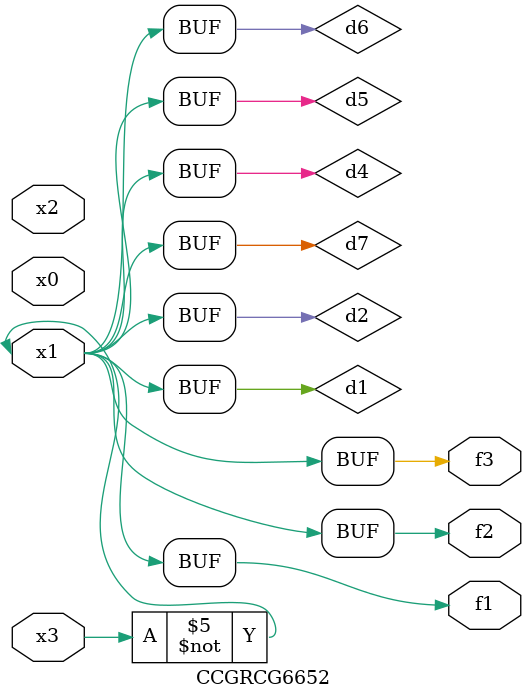
<source format=v>
module CCGRCG6652(
	input x0, x1, x2, x3,
	output f1, f2, f3
);

	wire d1, d2, d3, d4, d5, d6, d7;

	not (d1, x3);
	buf (d2, x1);
	xnor (d3, d1, d2);
	nor (d4, d1);
	buf (d5, d1, d2);
	buf (d6, d4, d5);
	nand (d7, d4);
	assign f1 = d6;
	assign f2 = d7;
	assign f3 = d6;
endmodule

</source>
